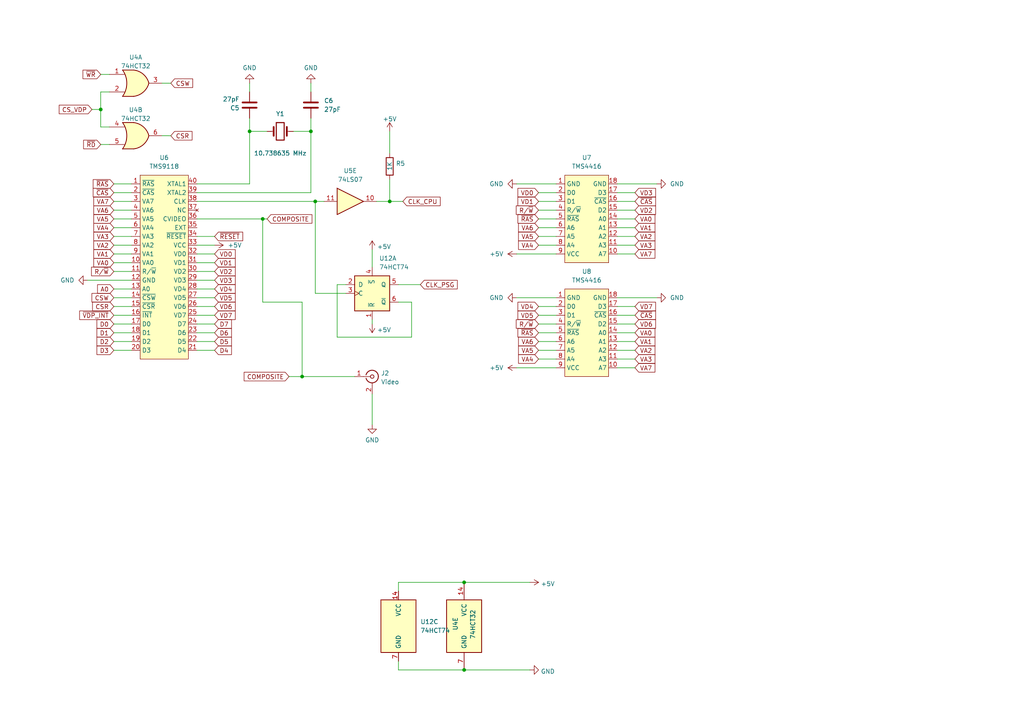
<source format=kicad_sch>
(kicad_sch (version 20211123) (generator eeschema)
  (paper "A4")
  (title_block (title "MSX One") (date "2024-12-28") (rev "v1.0") (company "Gabbard") (comment 1 "MSX One"))
  (lib_symbols
    (symbol "74xx:74LS07" (pin_names (offset 1.016))
      (property "Reference" "U" (at 0 1.27 0))
      (property "Value" "74LS07" (at 0 -1.27 0))
      (symbol "74LS07_1_0"
        (polyline (pts (xy -3.81 3.81) (xy -3.81 -3.81) (xy 3.81 0) (xy -3.81 3.81)) (stroke (width 0.254)) (fill (type background)))
        (pin input line (at -7.62 0 0) (length 3.81) (name "~") (number "1"))
        (pin open_collector line (at 7.62 0 180) (length 3.81) (name "~") (number "2"))
      )
      (symbol "74LS07_2_0"
        (polyline (pts (xy -3.81 3.81) (xy -3.81 -3.81) (xy 3.81 0) (xy -3.81 3.81)) (stroke (width 0.254)) (fill (type background)))
        (pin input line (at -7.62 0 0) (length 3.81) (name "~") (number "3"))
        (pin open_collector line (at 7.62 0 180) (length 3.81) (name "~") (number "4"))
      )
      (symbol "74LS07_3_0"
        (polyline (pts (xy -3.81 3.81) (xy -3.81 -3.81) (xy 3.81 0) (xy -3.81 3.81)) (stroke (width 0.254)) (fill (type background)))
        (pin input line (at -7.62 0 0) (length 3.81) (name "~") (number "5"))
        (pin open_collector line (at 7.62 0 180) (length 3.81) (name "~") (number "6"))
      )
      (symbol "74LS07_4_0"
        (polyline (pts (xy -3.81 3.81) (xy -3.81 -3.81) (xy 3.81 0) (xy -3.81 3.81)) (stroke (width 0.254)) (fill (type background)))
        (pin open_collector line (at 7.62 0 180) (length 3.81) (name "~") (number "8"))
        (pin input line (at -7.62 0 0) (length 3.81) (name "~") (number "9"))
      )
      (symbol "74LS07_5_0"
        (polyline (pts (xy -3.81 3.81) (xy -3.81 -3.81) (xy 3.81 0) (xy -3.81 3.81)) (stroke (width 0.254)) (fill (type background)))
        (pin open_collector line (at 7.62 0 180) (length 3.81) (name "~") (number "10"))
        (pin input line (at -7.62 0 0) (length 3.81) (name "~") (number "11"))
      )
      (symbol "74LS07_6_0"
        (polyline (pts (xy -3.81 3.81) (xy -3.81 -3.81) (xy 3.81 0) (xy -3.81 3.81)) (stroke (width 0.254)) (fill (type background)))
        (pin open_collector line (at 7.62 0 180) (length 3.81) (name "~") (number "12"))
        (pin input line (at -7.62 0 0) (length 3.81) (name "~") (number "13"))
      )
      (symbol "74LS07_7_0"
        (pin power_in line (at 0 12.7 270) (length 5.08) (name "VCC") (number "14"))
        (pin power_in line (at 0 -12.7 90) (length 5.08) (name "GND") (number "7"))
      )
      (symbol "74LS07_7_1"
        (rectangle (start -5.08 7.62) (end 5.08 -7.62) (stroke (width 0.254)) (fill (type background)))
      )
    )
    (symbol "74xx:74LS32" (pin_names (offset 1.016))
      (property "Reference" "U" (at 0 1.27 0))
      (property "Value" "74LS32" (at 0 -1.27 0))
      (symbol "74LS32_1_1"
        (arc (start -3.81 -3.81) (mid -2.589 0) (end -3.81 3.81) (stroke (width 0.254)))
        (arc (start -0.6096 -3.81) (mid 2.1842 -2.5851) (end 3.81 0) (stroke (width 0.254)) (fill (type background)))
        (polyline (pts (xy -3.81 -3.81) (xy -0.635 -3.81)) (stroke (width 0.254)) (fill (type background)))
        (polyline (pts (xy -3.81 3.81) (xy -0.635 3.81)) (stroke (width 0.254)) (fill (type background)))
        (polyline (pts (xy -0.635 3.81) (xy -3.81 3.81) (xy -3.81 3.81) (xy -3.556 3.4036) (xy -3.0226 2.2606) (xy -2.6924 1.0414) (xy -2.6162 -0.254) (xy -2.7686 -1.4986) (xy -3.175 -2.7178) (xy -3.81 -3.81) (xy -3.81 -3.81) (xy -0.635 -3.81)) (stroke (width -25.4)) (fill (type background)))
        (arc (start 3.81 0) (mid 2.1915 2.5936) (end -0.6096 3.81) (stroke (width 0.254)) (fill (type background)))
        (pin input line (at -7.62 2.54 0) (length 4.318) (name "~") (number "1"))
        (pin input line (at -7.62 -2.54 0) (length 4.318) (name "~") (number "2"))
        (pin output line (at 7.62 0 180) (length 3.81) (name "~") (number "3"))
      )
      (symbol "74LS32_1_2"
        (arc (start 0 -3.81) (mid 3.81 0) (end 0 3.81) (stroke (width 0.254)) (fill (type background)))
        (polyline (pts (xy 0 3.81) (xy -3.81 3.81) (xy -3.81 -3.81) (xy 0 -3.81)) (stroke (width 0.254)) (fill (type background)))
        (pin input inverted (at -7.62 2.54 0) (length 3.81) (name "~") (number "1"))
        (pin input inverted (at -7.62 -2.54 0) (length 3.81) (name "~") (number "2"))
        (pin output inverted (at 7.62 0 180) (length 3.81) (name "~") (number "3"))
      )
      (symbol "74LS32_2_1"
        (arc (start -3.81 -3.81) (mid -2.589 0) (end -3.81 3.81) (stroke (width 0.254)))
        (arc (start -0.6096 -3.81) (mid 2.1842 -2.5851) (end 3.81 0) (stroke (width 0.254)) (fill (type background)))
        (polyline (pts (xy -3.81 -3.81) (xy -0.635 -3.81)) (stroke (width 0.254)) (fill (type background)))
        (polyline (pts (xy -3.81 3.81) (xy -0.635 3.81)) (stroke (width 0.254)) (fill (type background)))
        (polyline (pts (xy -0.635 3.81) (xy -3.81 3.81) (xy -3.81 3.81) (xy -3.556 3.4036) (xy -3.0226 2.2606) (xy -2.6924 1.0414) (xy -2.6162 -0.254) (xy -2.7686 -1.4986) (xy -3.175 -2.7178) (xy -3.81 -3.81) (xy -3.81 -3.81) (xy -0.635 -3.81)) (stroke (width -25.4)) (fill (type background)))
        (arc (start 3.81 0) (mid 2.1915 2.5936) (end -0.6096 3.81) (stroke (width 0.254)) (fill (type background)))
        (pin input line (at -7.62 2.54 0) (length 4.318) (name "~") (number "4"))
        (pin input line (at -7.62 -2.54 0) (length 4.318) (name "~") (number "5"))
        (pin output line (at 7.62 0 180) (length 3.81) (name "~") (number "6"))
      )
      (symbol "74LS32_2_2"
        (arc (start 0 -3.81) (mid 3.81 0) (end 0 3.81) (stroke (width 0.254)) (fill (type background)))
        (polyline (pts (xy 0 3.81) (xy -3.81 3.81) (xy -3.81 -3.81) (xy 0 -3.81)) (stroke (width 0.254)) (fill (type background)))
        (pin input inverted (at -7.62 2.54 0) (length 3.81) (name "~") (number "4"))
        (pin input inverted (at -7.62 -2.54 0) (length 3.81) (name "~") (number "5"))
        (pin output inverted (at 7.62 0 180) (length 3.81) (name "~") (number "6"))
      )
      (symbol "74LS32_3_1"
        (arc (start -3.81 -3.81) (mid -2.589 0) (end -3.81 3.81) (stroke (width 0.254)))
        (arc (start -0.6096 -3.81) (mid 2.1842 -2.5851) (end 3.81 0) (stroke (width 0.254)) (fill (type background)))
        (polyline (pts (xy -3.81 -3.81) (xy -0.635 -3.81)) (stroke (width 0.254)) (fill (type background)))
        (polyline (pts (xy -3.81 3.81) (xy -0.635 3.81)) (stroke (width 0.254)) (fill (type background)))
        (polyline (pts (xy -0.635 3.81) (xy -3.81 3.81) (xy -3.81 3.81) (xy -3.556 3.4036) (xy -3.0226 2.2606) (xy -2.6924 1.0414) (xy -2.6162 -0.254) (xy -2.7686 -1.4986) (xy -3.175 -2.7178) (xy -3.81 -3.81) (xy -3.81 -3.81) (xy -0.635 -3.81)) (stroke (width -25.4)) (fill (type background)))
        (arc (start 3.81 0) (mid 2.1915 2.5936) (end -0.6096 3.81) (stroke (width 0.254)) (fill (type background)))
        (pin input line (at -7.62 -2.54 0) (length 4.318) (name "~") (number "10"))
        (pin output line (at 7.62 0 180) (length 3.81) (name "~") (number "8"))
        (pin input line (at -7.62 2.54 0) (length 4.318) (name "~") (number "9"))
      )
      (symbol "74LS32_3_2"
        (arc (start 0 -3.81) (mid 3.81 0) (end 0 3.81) (stroke (width 0.254)) (fill (type background)))
        (polyline (pts (xy 0 3.81) (xy -3.81 3.81) (xy -3.81 -3.81) (xy 0 -3.81)) (stroke (width 0.254)) (fill (type background)))
        (pin input inverted (at -7.62 -2.54 0) (length 3.81) (name "~") (number "10"))
        (pin output inverted (at 7.62 0 180) (length 3.81) (name "~") (number "8"))
        (pin input inverted (at -7.62 2.54 0) (length 3.81) (name "~") (number "9"))
      )
      (symbol "74LS32_4_1"
        (arc (start -3.81 -3.81) (mid -2.589 0) (end -3.81 3.81) (stroke (width 0.254)))
        (arc (start -0.6096 -3.81) (mid 2.1842 -2.5851) (end 3.81 0) (stroke (width 0.254)) (fill (type background)))
        (polyline (pts (xy -3.81 -3.81) (xy -0.635 -3.81)) (stroke (width 0.254)) (fill (type background)))
        (polyline (pts (xy -3.81 3.81) (xy -0.635 3.81)) (stroke (width 0.254)) (fill (type background)))
        (polyline (pts (xy -0.635 3.81) (xy -3.81 3.81) (xy -3.81 3.81) (xy -3.556 3.4036) (xy -3.0226 2.2606) (xy -2.6924 1.0414) (xy -2.6162 -0.254) (xy -2.7686 -1.4986) (xy -3.175 -2.7178) (xy -3.81 -3.81) (xy -3.81 -3.81) (xy -0.635 -3.81)) (stroke (width -25.4)) (fill (type background)))
        (arc (start 3.81 0) (mid 2.1915 2.5936) (end -0.6096 3.81) (stroke (width 0.254)) (fill (type background)))
        (pin output line (at 7.62 0 180) (length 3.81) (name "~") (number "11"))
        (pin input line (at -7.62 2.54 0) (length 4.318) (name "~") (number "12"))
        (pin input line (at -7.62 -2.54 0) (length 4.318) (name "~") (number "13"))
      )
      (symbol "74LS32_4_2"
        (arc (start 0 -3.81) (mid 3.81 0) (end 0 3.81) (stroke (width 0.254)) (fill (type background)))
        (polyline (pts (xy 0 3.81) (xy -3.81 3.81) (xy -3.81 -3.81) (xy 0 -3.81)) (stroke (width 0.254)) (fill (type background)))
        (pin output inverted (at 7.62 0 180) (length 3.81) (name "~") (number "11"))
        (pin input inverted (at -7.62 2.54 0) (length 3.81) (name "~") (number "12"))
        (pin input inverted (at -7.62 -2.54 0) (length 3.81) (name "~") (number "13"))
      )
      (symbol "74LS32_5_0"
        (pin power_in line (at 0 12.7 270) (length 5.08) (name "VCC") (number "14"))
        (pin power_in line (at 0 -12.7 90) (length 5.08) (name "GND") (number "7"))
      )
      (symbol "74LS32_5_1"
        (rectangle (start -5.08 7.62) (end 5.08 -7.62) (stroke (width 0.254)) (fill (type background)))
      )
    )
    (symbol "74xx:74LS74" (pin_names (offset 1.016))
      (property "Reference" "U" (at -7.62 8.89 0))
      (property "Value" "74LS74" (at -7.62 -8.89 0))
      (symbol "74LS74_1_0"
        (pin input line (at 0 -7.62 90) (length 2.54) (name "~{R}") (number "1"))
        (pin input line (at -7.62 2.54 0) (length 2.54) (name "D") (number "2"))
        (pin input clock (at -7.62 0 0) (length 2.54) (name "C") (number "3"))
        (pin input line (at 0 7.62 270) (length 2.54) (name "~{S}") (number "4"))
        (pin output line (at 7.62 2.54 180) (length 2.54) (name "Q") (number "5"))
        (pin output line (at 7.62 -2.54 180) (length 2.54) (name "~{Q}") (number "6"))
      )
      (symbol "74LS74_1_1"
        (rectangle (start -5.08 5.08) (end 5.08 -5.08) (stroke (width 0.254)) (fill (type background)))
      )
      (symbol "74LS74_2_0"
        (pin input line (at 0 7.62 270) (length 2.54) (name "~{S}") (number "10"))
        (pin input clock (at -7.62 0 0) (length 2.54) (name "C") (number "11"))
        (pin input line (at -7.62 2.54 0) (length 2.54) (name "D") (number "12"))
        (pin input line (at 0 -7.62 90) (length 2.54) (name "~{R}") (number "13"))
        (pin output line (at 7.62 -2.54 180) (length 2.54) (name "~{Q}") (number "8"))
        (pin output line (at 7.62 2.54 180) (length 2.54) (name "Q") (number "9"))
      )
      (symbol "74LS74_2_1"
        (rectangle (start -5.08 5.08) (end 5.08 -5.08) (stroke (width 0.254)) (fill (type background)))
      )
      (symbol "74LS74_3_0"
        (pin power_in line (at 0 10.16 270) (length 2.54) (name "VCC") (number "14"))
        (pin power_in line (at 0 -10.16 90) (length 2.54) (name "GND") (number "7"))
      )
      (symbol "74LS74_3_1"
        (rectangle (start -5.08 7.62) (end 5.08 -7.62) (stroke (width 0.254)) (fill (type background)))
      )
    )
    (symbol "Connector:Conn_Coaxial" (pin_names (offset 1.016) hide)
      (property "Reference" "J" (at 0.254 3.048 0))
      (property "Value" "Conn_Coaxial" (at 2.921 0 90))
      (symbol "Conn_Coaxial_0_1"
        (arc (start -1.778 -0.508) (mid 0.2311 -1.8066) (end 1.778 0) (stroke (width 0.254)))
        (polyline (pts (xy -2.54 0) (xy -0.508 0)))
        (polyline (pts (xy 0 -2.54) (xy 0 -1.778)))
        (circle (center 0 0) (radius 0.508) (stroke (width 0.2032)))
        (arc (start 1.778 0) (mid 0.2099 1.8101) (end -1.778 0.508) (stroke (width 0.254)))
      )
      (symbol "Conn_Coaxial_1_1"
        (pin passive line (at -5.08 0 0) (length 2.54) (name "In") (number "1"))
        (pin passive line (at 0 -5.08 90) (length 2.54) (name "Ext") (number "2"))
      )
    )
    (symbol "Device:C" (pin_numbers hide) (pin_names (offset 0.254))
      (property "Reference" "C" (at 0.635 2.54 0))
      (property "Value" "C" (at 0.635 -2.54 0))
      (symbol "C_0_1"
        (polyline (pts (xy -2.032 -0.762) (xy 2.032 -0.762)) (stroke (width 0.508)))
        (polyline (pts (xy -2.032 0.762) (xy 2.032 0.762)) (stroke (width 0.508)))
      )
      (symbol "C_1_1"
        (pin passive line (at 0 3.81 270) (length 2.794) (name "~") (number "1"))
        (pin passive line (at 0 -3.81 90) (length 2.794) (name "~") (number "2"))
      )
    )
    (symbol "Device:Crystal" (pin_numbers hide) (pin_names (offset 1.016) hide)
      (property "Reference" "Y" (at 0 3.81 0))
      (property "Value" "Crystal" (at 0 -3.81 0))
      (symbol "Crystal_0_1"
        (rectangle (start -1.143 2.54) (end 1.143 -2.54) (stroke (width 0.3048)))
        (polyline (pts (xy -2.54 0) (xy -1.905 0)))
        (polyline (pts (xy -1.905 -1.27) (xy -1.905 1.27)) (stroke (width 0.508)))
        (polyline (pts (xy 1.905 -1.27) (xy 1.905 1.27)) (stroke (width 0.508)))
        (polyline (pts (xy 2.54 0) (xy 1.905 0)))
      )
      (symbol "Crystal_1_1"
        (pin passive line (at -3.81 0 0) (length 1.27) (name "1") (number "1"))
        (pin passive line (at 3.81 0 180) (length 1.27) (name "2") (number "2"))
      )
    )
    (symbol "Device:R" (pin_numbers hide) (pin_names (offset 0))
      (property "Reference" "R" (at 2.032 0 90))
      (property "Value" "R" (at 0 0 90))
      (symbol "R_0_1"
        (rectangle (start -1.016 -2.54) (end 1.016 2.54) (stroke (width 0.254)))
      )
      (symbol "R_1_1"
        (pin passive line (at 0 3.81 270) (length 1.27) (name "~") (number "1"))
        (pin passive line (at 0 -3.81 90) (length 1.27) (name "~") (number "2"))
      )
    )
    (symbol "power:+5V" (power) (pin_names (offset 0))
      (property "Value" "+5V" (at 0 3.556 0))
      (symbol "+5V_0_1"
        (polyline (pts (xy -0.762 1.27) (xy 0 2.54)))
        (polyline (pts (xy 0 0) (xy 0 2.54)))
        (polyline (pts (xy 0 2.54) (xy 0.762 1.27)))
      )
      (symbol "+5V_1_1"
        (pin power_in line (at 0 0 90) (length 0) hide (name "+5V") (number "1"))
      )
    )
    (symbol "power:GND" (power) (pin_names (offset 0))
      (property "Value" "GND" (at 0 -3.81 0))
      (symbol "GND_0_1"
        (polyline (pts (xy 0 0) (xy 0 -1.27) (xy 1.27 -1.27) (xy 0 -2.54) (xy -1.27 -1.27) (xy 0 -1.27)))
      )
      (symbol "GND_1_1"
        (pin power_in line (at 0 0 270) (length 0) hide (name "GND") (number "1"))
      )
    )
    (symbol "v9938:TMS4416"
      (property "Reference" "U" (at 5.08 13.97 0))
      (property "Value" "TMS4416" (at -2.54 13.97 0))
      (symbol "TMS4416_0_0"
        (pin power_in line (at -8.89 10.16 0) (length 2.54) (name "GND") (number "1"))
        (pin input line (at 8.89 -10.16 180) (length 2.54) (name "A7") (number "10"))
        (pin input line (at 8.89 -7.62 180) (length 2.54) (name "A3") (number "11"))
        (pin input line (at 8.89 -5.08 180) (length 2.54) (name "A2") (number "12"))
        (pin input line (at 8.89 -2.54 180) (length 2.54) (name "A1") (number "13"))
        (pin input line (at 8.89 0 180) (length 2.54) (name "A0") (number "14"))
        (pin bidirectional line (at 8.89 2.54 180) (length 2.54) (name "D2") (number "15"))
        (pin input line (at 8.89 5.08 180) (length 2.54) (name "~{CAS}") (number "16"))
        (pin bidirectional line (at 8.89 7.62 180) (length 2.54) (name "D3") (number "17"))
        (pin input line (at 8.89 10.16 180) (length 2.54) (name "GND") (number "18"))
        (pin bidirectional line (at -8.89 7.62 0) (length 2.54) (name "D0") (number "2"))
        (pin bidirectional line (at -8.89 5.08 0) (length 2.54) (name "D1") (number "3"))
        (pin input line (at -8.89 2.54 0) (length 2.54) (name "R/~{W}") (number "4"))
        (pin input line (at -8.89 0 0) (length 2.54) (name "~{RAS}") (number "5"))
        (pin input line (at -8.89 -2.54 0) (length 2.54) (name "A6") (number "6"))
        (pin input line (at -8.89 -5.08 0) (length 2.54) (name "A5") (number "7"))
        (pin input line (at -8.89 -7.62 0) (length 2.54) (name "A4") (number "8"))
        (pin power_in line (at -8.89 -10.16 0) (length 2.54) (name "VCC") (number "9"))
      )
      (symbol "TMS4416_0_1"
        (rectangle (start -6.35 12.7) (end 6.35 -12.7) (fill (type background)))
      )
    )
    (symbol "v9938:TMS9118"
      (property "Reference" "U" (at 13.97 3.81 0))
      (property "Value" "TMS9118" (at 6.35 3.81 0))
      (symbol "TMS9118_0_0"
        (pin output line (at 0 0 0) (length 2.54) (name "~{RAS}") (number "1"))
        (pin output line (at 0 -22.86 0) (length 2.54) (name "VA0") (number "10"))
        (pin output line (at 0 -25.4 0) (length 2.54) (name "R/~{W}") (number "11"))
        (pin power_in line (at 0 -27.94 0) (length 2.54) (name "GND") (number "12"))
        (pin input line (at 0 -30.48 0) (length 2.54) (name "A0") (number "13"))
        (pin input line (at 0 -33.02 0) (length 2.54) (name "~{CSW}") (number "14"))
        (pin input line (at 0 -35.56 0) (length 2.54) (name "~{CSR}") (number "15"))
        (pin output line (at 0 -38.1 0) (length 2.54) (name "~{INT}") (number "16"))
        (pin bidirectional line (at 0 -40.64 0) (length 2.54) (name "D0") (number "17"))
        (pin bidirectional line (at 0 -43.18 0) (length 2.54) (name "D1") (number "18"))
        (pin bidirectional line (at 0 -45.72 0) (length 2.54) (name "D2") (number "19"))
        (pin output line (at 0 -2.54 0) (length 2.54) (name "~{CAS}") (number "2"))
        (pin bidirectional line (at 0 -48.26 0) (length 2.54) (name "D3") (number "20"))
        (pin bidirectional line (at 19.05 -48.26 180) (length 2.54) (name "D4") (number "21"))
        (pin bidirectional line (at 19.05 -45.72 180) (length 2.54) (name "D5") (number "22"))
        (pin bidirectional line (at 19.05 -43.18 180) (length 2.54) (name "D6") (number "23"))
        (pin bidirectional line (at 19.05 -40.64 180) (length 2.54) (name "D7") (number "24"))
        (pin bidirectional line (at 19.05 -38.1 180) (length 2.54) (name "VD7") (number "25"))
        (pin bidirectional line (at 19.05 -35.56 180) (length 2.54) (name "VD6") (number "26"))
        (pin bidirectional line (at 19.05 -33.02 180) (length 2.54) (name "VD5") (number "27"))
        (pin bidirectional line (at 19.05 -30.48 180) (length 2.54) (name "VD4") (number "28"))
        (pin bidirectional line (at 19.05 -27.94 180) (length 2.54) (name "VD3") (number "29"))
        (pin output line (at 0 -5.08 0) (length 2.54) (name "VA7") (number "3"))
        (pin bidirectional line (at 19.05 -25.4 180) (length 2.54) (name "VD2") (number "30"))
        (pin bidirectional line (at 19.05 -22.86 180) (length 2.54) (name "VD1") (number "31"))
        (pin bidirectional line (at 19.05 -20.32 180) (length 2.54) (name "VD0") (number "32"))
        (pin power_in line (at 19.05 -17.78 180) (length 2.54) (name "VCC") (number "33"))
        (pin input line (at 19.05 -15.24 180) (length 2.54) (name "~{RESET}") (number "34"))
        (pin input line (at 19.05 -12.7 180) (length 2.54) (name "EXT") (number "35"))
        (pin input line (at 19.05 -10.16 180) (length 2.54) (name "CVIDEO") (number "36"))
        (pin no_connect line (at 19.05 -7.62 180) (length 2.54) (name "NC") (number "37"))
        (pin output line (at 19.05 -5.08 180) (length 2.54) (name "CLK") (number "38"))
        (pin input line (at 19.05 -2.54 180) (length 2.54) (name "XTAL2") (number "39"))
        (pin output line (at 0 -7.62 0) (length 2.54) (name "VA6") (number "4"))
        (pin input line (at 19.05 0 180) (length 2.54) (name "XTAL1") (number "40"))
        (pin output line (at 0 -10.16 0) (length 2.54) (name "VA5") (number "5"))
        (pin output line (at 0 -12.7 0) (length 2.54) (name "VA4") (number "6"))
        (pin output line (at 0 -15.24 0) (length 2.54) (name "VA3") (number "7"))
        (pin output line (at 0 -17.78 0) (length 2.54) (name "VA2") (number "8"))
        (pin output line (at 0 -20.32 0) (length 2.54) (name "VA1") (number "9"))
      )
      (symbol "TMS9118_0_1"
        (rectangle (start 2.54 2.54) (end 16.51 -50.8) (fill (type background)))
      )
    )
  )
  (junction (at 76.2 63.5))
  (junction (at 72.39 38.1))
  (junction (at 134.62 194.31))
  (junction (at 91.44 58.42))
  (junction (at 113.03 58.42))
  (junction (at 90.17 38.1))
  (junction (at 87.63 109.22))
  (junction (at 29.21 31.75))
  (junction (at 134.62 168.91))
  (wire (pts (xy 77.47 38.1) (xy 72.39 38.1)))
  (wire (pts (xy 156.21 88.9) (xy 161.29 88.9)))
  (wire (pts (xy 179.07 88.9) (xy 184.15 88.9)))
  (wire (pts (xy 156.21 104.14) (xy 161.29 104.14)))
  (wire (pts (xy 115.57 168.91) (xy 134.62 168.91)))
  (wire (pts (xy 57.15 91.44) (xy 62.23 91.44)))
  (wire (pts (xy 113.03 52.07) (xy 113.03 58.42)))
  (wire (pts (xy 90.17 26.67) (xy 90.17 24.13)))
  (wire (pts (xy 33.02 53.34) (xy 38.1 53.34)))
  (wire (pts (xy 57.15 83.82) (xy 62.23 83.82)))
  (wire (pts (xy 57.15 93.98) (xy 62.23 93.98)))
  (wire (pts (xy 46.99 39.37) (xy 49.53 39.37)))
  (wire (pts (xy 33.02 55.88) (xy 38.1 55.88)))
  (wire (pts (xy 33.02 83.82) (xy 38.1 83.82)))
  (wire (pts (xy 57.15 55.88) (xy 90.17 55.88)))
  (wire (pts (xy 156.21 58.42) (xy 161.29 58.42)))
  (wire (pts (xy 179.07 104.14) (xy 184.15 104.14)))
  (wire (pts (xy 33.02 71.12) (xy 38.1 71.12)))
  (wire (pts (xy 33.02 63.5) (xy 38.1 63.5)))
  (wire (pts (xy 33.02 101.6) (xy 38.1 101.6)))
  (wire (pts (xy 156.21 96.52) (xy 161.29 96.52)))
  (wire (pts (xy 90.17 38.1) (xy 90.17 34.29)))
  (wire (pts (xy 57.15 73.66) (xy 62.23 73.66)))
  (wire (pts (xy 107.95 114.3) (xy 107.95 123.19)))
  (wire (pts (xy 33.02 73.66) (xy 38.1 73.66)))
  (wire (pts (xy 156.21 66.04) (xy 161.29 66.04)))
  (wire (pts (xy 33.02 93.98) (xy 38.1 93.98)))
  (wire (pts (xy 90.17 38.1) (xy 85.09 38.1)))
  (wire (pts (xy 179.07 68.58) (xy 184.15 68.58)))
  (wire (pts (xy 156.21 55.88) (xy 161.29 55.88)))
  (wire (pts (xy 134.62 168.91) (xy 153.67 168.91)))
  (wire (pts (xy 149.86 53.34) (xy 161.29 53.34)))
  (wire (pts (xy 149.86 86.36) (xy 161.29 86.36)))
  (wire (pts (xy 33.02 78.74) (xy 38.1 78.74)))
  (wire (pts (xy 149.86 106.68) (xy 161.29 106.68)))
  (wire (pts (xy 179.07 53.34) (xy 190.5 53.34)))
  (wire (pts (xy 179.07 73.66) (xy 184.15 73.66)))
  (wire (pts (xy 57.15 78.74) (xy 62.23 78.74)))
  (wire (pts (xy 179.07 101.6) (xy 184.15 101.6)))
  (wire (pts (xy 31.75 26.67) (xy 29.21 26.67)))
  (wire (pts (xy 76.2 63.5) (xy 77.47 63.5)))
  (wire (pts (xy 72.39 38.1) (xy 72.39 34.29)))
  (wire (pts (xy 97.79 82.55) (xy 97.79 97.79)))
  (wire (pts (xy 33.02 88.9) (xy 38.1 88.9)))
  (wire (pts (xy 29.21 41.91) (xy 31.75 41.91)))
  (wire (pts (xy 156.21 63.5) (xy 161.29 63.5)))
  (wire (pts (xy 179.07 99.06) (xy 184.15 99.06)))
  (wire (pts (xy 83.82 109.22) (xy 87.63 109.22)))
  (wire (pts (xy 179.07 86.36) (xy 190.5 86.36)))
  (wire (pts (xy 115.57 194.31) (xy 134.62 194.31)))
  (wire (pts (xy 57.15 58.42) (xy 91.44 58.42)))
  (wire (pts (xy 33.02 66.04) (xy 38.1 66.04)))
  (wire (pts (xy 156.21 71.12) (xy 161.29 71.12)))
  (wire (pts (xy 33.02 91.44) (xy 38.1 91.44)))
  (wire (pts (xy 149.86 73.66) (xy 161.29 73.66)))
  (wire (pts (xy 119.38 97.79) (xy 119.38 87.63)))
  (wire (pts (xy 113.03 38.1) (xy 113.03 44.45)))
  (wire (pts (xy 179.07 91.44) (xy 184.15 91.44)))
  (wire (pts (xy 57.15 63.5) (xy 76.2 63.5)))
  (wire (pts (xy 33.02 58.42) (xy 38.1 58.42)))
  (wire (pts (xy 26.67 31.75) (xy 29.21 31.75)))
  (wire (pts (xy 57.15 81.28) (xy 62.23 81.28)))
  (wire (pts (xy 179.07 55.88) (xy 184.15 55.88)))
  (wire (pts (xy 33.02 60.96) (xy 38.1 60.96)))
  (wire (pts (xy 57.15 99.06) (xy 62.23 99.06)))
  (wire (pts (xy 179.07 93.98) (xy 184.15 93.98)))
  (wire (pts (xy 156.21 101.6) (xy 161.29 101.6)))
  (wire (pts (xy 90.17 55.88) (xy 90.17 38.1)))
  (wire (pts (xy 179.07 96.52) (xy 184.15 96.52)))
  (wire (pts (xy 33.02 86.36) (xy 38.1 86.36)))
  (wire (pts (xy 107.95 92.71) (xy 107.95 93.98)))
  (wire (pts (xy 156.21 91.44) (xy 161.29 91.44)))
  (wire (pts (xy 29.21 26.67) (xy 29.21 31.75)))
  (wire (pts (xy 57.15 76.2) (xy 62.23 76.2)))
  (wire (pts (xy 156.21 60.96) (xy 161.29 60.96)))
  (wire (pts (xy 115.57 82.55) (xy 121.92 82.55)))
  (wire (pts (xy 179.07 63.5) (xy 184.15 63.5)))
  (wire (pts (xy 57.15 96.52) (xy 62.23 96.52)))
  (wire (pts (xy 57.15 71.12) (xy 62.23 71.12)))
  (wire (pts (xy 76.2 87.63) (xy 87.63 87.63)))
  (wire (pts (xy 115.57 191.77) (xy 115.57 194.31)))
  (wire (pts (xy 107.95 72.39) (xy 107.95 77.47)))
  (wire (pts (xy 33.02 99.06) (xy 38.1 99.06)))
  (wire (pts (xy 156.21 68.58) (xy 161.29 68.58)))
  (wire (pts (xy 33.02 68.58) (xy 38.1 68.58)))
  (wire (pts (xy 57.15 86.36) (xy 62.23 86.36)))
  (wire (pts (xy 29.21 36.83) (xy 31.75 36.83)))
  (wire (pts (xy 57.15 53.34) (xy 72.39 53.34)))
  (wire (pts (xy 91.44 58.42) (xy 93.98 58.42)))
  (wire (pts (xy 109.22 58.42) (xy 113.03 58.42)))
  (wire (pts (xy 179.07 71.12) (xy 184.15 71.12)))
  (wire (pts (xy 119.38 87.63) (xy 115.57 87.63)))
  (wire (pts (xy 33.02 76.2) (xy 38.1 76.2)))
  (wire (pts (xy 179.07 58.42) (xy 184.15 58.42)))
  (wire (pts (xy 100.33 82.55) (xy 97.79 82.55)))
  (wire (pts (xy 57.15 101.6) (xy 62.23 101.6)))
  (wire (pts (xy 29.21 21.59) (xy 31.75 21.59)))
  (wire (pts (xy 72.39 53.34) (xy 72.39 38.1)))
  (wire (pts (xy 115.57 171.45) (xy 115.57 168.91)))
  (wire (pts (xy 25.4 81.28) (xy 38.1 81.28)))
  (wire (pts (xy 33.02 96.52) (xy 38.1 96.52)))
  (wire (pts (xy 57.15 68.58) (xy 62.23 68.58)))
  (wire (pts (xy 156.21 99.06) (xy 161.29 99.06)))
  (wire (pts (xy 29.21 31.75) (xy 29.21 36.83)))
  (wire (pts (xy 179.07 60.96) (xy 184.15 60.96)))
  (wire (pts (xy 156.21 93.98) (xy 161.29 93.98)))
  (wire (pts (xy 97.79 97.79) (xy 119.38 97.79)))
  (wire (pts (xy 179.07 106.68) (xy 184.15 106.68)))
  (wire (pts (xy 91.44 85.09) (xy 100.33 85.09)))
  (wire (pts (xy 113.03 58.42) (xy 116.84 58.42)))
  (wire (pts (xy 91.44 85.09) (xy 91.44 58.42)))
  (wire (pts (xy 46.99 24.13) (xy 49.53 24.13)))
  (wire (pts (xy 76.2 63.5) (xy 76.2 87.63)))
  (wire (pts (xy 134.62 194.31) (xy 153.67 194.31)))
  (wire (pts (xy 87.63 87.63) (xy 87.63 109.22)))
  (wire (pts (xy 179.07 66.04) (xy 184.15 66.04)))
  (wire (pts (xy 87.63 109.22) (xy 102.87 109.22)))
  (wire (pts (xy 72.39 26.67) (xy 72.39 24.13)))
  (wire (pts (xy 57.15 88.9) (xy 62.23 88.9)))
  (global_label "VD7" (shape input) (at 184.15 88.9 0) (property "Intersheet References" "${INTERSHEET_REFS}" (effects hide)))
  (global_label "R{slash}~{W}" (shape input) (at 33.02 78.74 180) (property "Intersheet References" "${INTERSHEET_REFS}" (effects hide)))
  (global_label "VD4" (shape input) (at 62.23 83.82 0) (property "Intersheet References" "${INTERSHEET_REFS}" (effects hide)))
  (global_label "D1" (shape input) (at 33.02 96.52 180) (property "Intersheet References" "${INTERSHEET_REFS}" (effects hide)))
  (global_label "VA6" (shape input) (at 33.02 60.96 180) (property "Intersheet References" "${INTERSHEET_REFS}" (effects hide)))
  (global_label "CS_VDP" (shape input) (at 26.67 31.75 180) (property "Intersheet References" "${INTERSHEET_REFS}" (effects hide)))
  (global_label "VD5" (shape input) (at 156.21 91.44 180) (property "Intersheet References" "${INTERSHEET_REFS}" (effects hide)))
  (global_label "VA1" (shape input) (at 184.15 99.06 0) (property "Intersheet References" "${INTERSHEET_REFS}" (effects hide)))
  (global_label "~{WR}" (shape input) (at 29.21 21.59 180) (property "Intersheet References" "${INTERSHEET_REFS}" (effects hide)))
  (global_label "VD0" (shape input) (at 156.21 55.88 180) (property "Intersheet References" "${INTERSHEET_REFS}" (effects hide)))
  (global_label "VD7" (shape input) (at 62.23 91.44 0) (property "Intersheet References" "${INTERSHEET_REFS}" (effects hide)))
  (global_label "D6" (shape input) (at 62.23 96.52 0) (property "Intersheet References" "${INTERSHEET_REFS}" (effects hide)))
  (global_label "VA5" (shape input) (at 156.21 68.58 180) (property "Intersheet References" "${INTERSHEET_REFS}" (effects hide)))
  (global_label "VD6" (shape input) (at 184.15 93.98 0) (property "Intersheet References" "${INTERSHEET_REFS}" (effects hide)))
  (global_label "D0" (shape input) (at 33.02 93.98 180) (property "Intersheet References" "${INTERSHEET_REFS}" (effects hide)))
  (global_label "VA2" (shape input) (at 33.02 71.12 180) (property "Intersheet References" "${INTERSHEET_REFS}" (effects hide)))
  (global_label "VA3" (shape input) (at 184.15 71.12 0) (property "Intersheet References" "${INTERSHEET_REFS}" (effects hide)))
  (global_label "CLK_CPU" (shape input) (at 116.84 58.42 0) (property "Intersheet References" "${INTERSHEET_REFS}" (effects hide)))
  (global_label "VA0" (shape input) (at 33.02 76.2 180) (property "Intersheet References" "${INTERSHEET_REFS}" (effects hide)))
  (global_label "VA2" (shape input) (at 184.15 101.6 0) (property "Intersheet References" "${INTERSHEET_REFS}" (effects hide)))
  (global_label "VD5" (shape input) (at 62.23 86.36 0) (property "Intersheet References" "${INTERSHEET_REFS}" (effects hide)))
  (global_label "CSR" (shape input) (at 33.02 88.9 180) (property "Intersheet References" "${INTERSHEET_REFS}" (effects hide)))
  (global_label "~{RESET}" (shape input) (at 62.23 68.58 0) (property "Intersheet References" "${INTERSHEET_REFS}" (effects hide)))
  (global_label "~{CAS}" (shape input) (at 184.15 91.44 0) (property "Intersheet References" "${INTERSHEET_REFS}" (effects hide)))
  (global_label "VA7" (shape input) (at 184.15 73.66 0) (property "Intersheet References" "${INTERSHEET_REFS}" (effects hide)))
  (global_label "CSR" (shape input) (at 49.53 39.37 0) (property "Intersheet References" "${INTERSHEET_REFS}" (effects hide)))
  (global_label "VD4" (shape input) (at 156.21 88.9 180) (property "Intersheet References" "${INTERSHEET_REFS}" (effects hide)))
  (global_label "R{slash}~{W}" (shape input) (at 156.21 93.98 180) (property "Intersheet References" "${INTERSHEET_REFS}" (effects hide)))
  (global_label "VA0" (shape input) (at 184.15 63.5 0) (property "Intersheet References" "${INTERSHEET_REFS}" (effects hide)))
  (global_label "VA4" (shape input) (at 156.21 71.12 180) (property "Intersheet References" "${INTERSHEET_REFS}" (effects hide)))
  (global_label "D4" (shape input) (at 62.23 101.6 0) (property "Intersheet References" "${INTERSHEET_REFS}" (effects hide)))
  (global_label "VD3" (shape input) (at 184.15 55.88 0) (property "Intersheet References" "${INTERSHEET_REFS}" (effects hide)))
  (global_label "~{VDP_INT}" (shape input) (at 33.02 91.44 180) (property "Intersheet References" "${INTERSHEET_REFS}" (effects hide)))
  (global_label "~{RAS}" (shape input) (at 156.21 63.5 180) (property "Intersheet References" "${INTERSHEET_REFS}" (effects hide)))
  (global_label "VA5" (shape input) (at 156.21 101.6 180) (property "Intersheet References" "${INTERSHEET_REFS}" (effects hide)))
  (global_label "D2" (shape input) (at 33.02 99.06 180) (property "Intersheet References" "${INTERSHEET_REFS}" (effects hide)))
  (global_label "D5" (shape input) (at 62.23 99.06 0) (property "Intersheet References" "${INTERSHEET_REFS}" (effects hide)))
  (global_label "CSW" (shape input) (at 33.02 86.36 180) (property "Intersheet References" "${INTERSHEET_REFS}" (effects hide)))
  (global_label "VA1" (shape input) (at 33.02 73.66 180) (property "Intersheet References" "${INTERSHEET_REFS}" (effects hide)))
  (global_label "VA4" (shape input) (at 156.21 104.14 180) (property "Intersheet References" "${INTERSHEET_REFS}" (effects hide)))
  (global_label "VD6" (shape input) (at 62.23 88.9 0) (property "Intersheet References" "${INTERSHEET_REFS}" (effects hide)))
  (global_label "VA2" (shape input) (at 184.15 68.58 0) (property "Intersheet References" "${INTERSHEET_REFS}" (effects hide)))
  (global_label "A0" (shape input) (at 33.02 83.82 180) (property "Intersheet References" "${INTERSHEET_REFS}" (effects hide)))
  (global_label "VA6" (shape input) (at 156.21 66.04 180) (property "Intersheet References" "${INTERSHEET_REFS}" (effects hide)))
  (global_label "VA4" (shape input) (at 33.02 66.04 180) (property "Intersheet References" "${INTERSHEET_REFS}" (effects hide)))
  (global_label "VA7" (shape input) (at 184.15 106.68 0) (property "Intersheet References" "${INTERSHEET_REFS}" (effects hide)))
  (global_label "VD1" (shape input) (at 156.21 58.42 180) (property "Intersheet References" "${INTERSHEET_REFS}" (effects hide)))
  (global_label "VA0" (shape input) (at 184.15 96.52 0) (property "Intersheet References" "${INTERSHEET_REFS}" (effects hide)))
  (global_label "CLK_PSG" (shape input) (at 121.92 82.55 0) (property "Intersheet References" "${INTERSHEET_REFS}" (effects hide)))
  (global_label "~{RAS}" (shape input) (at 156.21 96.52 180) (property "Intersheet References" "${INTERSHEET_REFS}" (effects hide)))
  (global_label "VD2" (shape input) (at 62.23 78.74 0) (property "Intersheet References" "${INTERSHEET_REFS}" (effects hide)))
  (global_label "VA5" (shape input) (at 33.02 63.5 180) (property "Intersheet References" "${INTERSHEET_REFS}" (effects hide)))
  (global_label "VD0" (shape input) (at 62.23 73.66 0) (property "Intersheet References" "${INTERSHEET_REFS}" (effects hide)))
  (global_label "VD1" (shape input) (at 62.23 76.2 0) (property "Intersheet References" "${INTERSHEET_REFS}" (effects hide)))
  (global_label "VD3" (shape input) (at 62.23 81.28 0) (property "Intersheet References" "${INTERSHEET_REFS}" (effects hide)))
  (global_label "~{RD}" (shape input) (at 29.21 41.91 180) (property "Intersheet References" "${INTERSHEET_REFS}" (effects hide)))
  (global_label "VA6" (shape input) (at 156.21 99.06 180) (property "Intersheet References" "${INTERSHEET_REFS}" (effects hide)))
  (global_label "~{RAS}" (shape input) (at 33.02 53.34 180) (property "Intersheet References" "${INTERSHEET_REFS}" (effects hide)))
  (global_label "VD2" (shape input) (at 184.15 60.96 0) (property "Intersheet References" "${INTERSHEET_REFS}" (effects hide)))
  (global_label "R{slash}~{W}" (shape input) (at 156.21 60.96 180) (property "Intersheet References" "${INTERSHEET_REFS}" (effects hide)))
  (global_label "VA1" (shape input) (at 184.15 66.04 0) (property "Intersheet References" "${INTERSHEET_REFS}" (effects hide)))
  (global_label "CSW" (shape input) (at 49.53 24.13 0) (property "Intersheet References" "${INTERSHEET_REFS}" (effects hide)))
  (global_label "VA7" (shape input) (at 33.02 58.42 180) (property "Intersheet References" "${INTERSHEET_REFS}" (effects hide)))
  (global_label "~{CAS}" (shape input) (at 33.02 55.88 180) (property "Intersheet References" "${INTERSHEET_REFS}" (effects hide)))
  (global_label "COMPOSITE" (shape input) (at 83.82 109.22 180) (property "Intersheet References" "${INTERSHEET_REFS}" (effects hide)))
  (global_label "COMPOSITE" (shape input) (at 77.47 63.5 0) (property "Intersheet References" "${INTERSHEET_REFS}" (effects hide)))
  (global_label "~{CAS}" (shape input) (at 184.15 58.42 0) (property "Intersheet References" "${INTERSHEET_REFS}" (effects hide)))
  (global_label "VA3" (shape input) (at 184.15 104.14 0) (property "Intersheet References" "${INTERSHEET_REFS}" (effects hide)))
  (global_label "D7" (shape input) (at 62.23 93.98 0) (property "Intersheet References" "${INTERSHEET_REFS}" (effects hide)))
  (global_label "VA3" (shape input) (at 33.02 68.58 180) (property "Intersheet References" "${INTERSHEET_REFS}" (effects hide)))
  (global_label "D3" (shape input) (at 33.02 101.6 180) (property "Intersheet References" "${INTERSHEET_REFS}" (effects hide)))
  (symbol (lib_id "power:+5V") (at 149.86 106.68 90) (unit 1)
    (property "Reference" "#PWR0111" (effects hide))
    (property "Value" "+5V" (at 146.05 106.6799 90) (effects (justify left)))
  )
  (symbol (lib_id "74xx:74LS74") (at 107.95 85.09 0) (unit 1)
    (property "Reference" "U12" (at 109.9694 74.93 0) (effects (justify left)))
    (property "Value" "74HCT74" (at 109.9694 77.47 0) (effects (justify left)))
    (property "Footprint" "Package_DIP:DIP-14_W7.62mm_Socket" (effects hide))
    (property "Datasheet" "74xx/74hc_hct74.pdf" (effects hide))
  )
  (symbol (lib_id "Device:C") (at 90.17 30.48 180) (unit 1)
    (property "Reference" "C6" (at 93.98 29.2099 0) (effects (justify right)))
    (property "Value" "27pF" (at 93.98 31.7499 0) (effects (justify right)))
    (property "Footprint" "Capacitor_THT:C_Disc_D4.7mm_W2.5mm_P5.00mm" (effects hide))
  )
  (symbol (lib_id "power:GND") (at 90.17 24.13 180) (unit 1)
    (property "Reference" "#PWR0110" (effects hide))
    (property "Value" "GND" (at 90.17 19.6866 0))
  )
  (symbol (lib_id "power:+5V") (at 149.86 73.66 90) (unit 1)
    (property "Reference" "#PWR0159" (effects hide))
    (property "Value" "+5V" (at 146.05 73.6599 90) (effects (justify left)))
  )
  (symbol (lib_id "74xx:74LS74") (at 115.57 181.61 0) (unit 3)
    (property "Reference" "U12" (at 121.92 180.3399 0) (effects (justify left)))
    (property "Value" "74HCT74" (at 121.92 182.8799 0) (effects (justify left)))
    (property "Footprint" "Package_DIP:DIP-14_W7.62mm_Socket" (effects hide))
    (property "Datasheet" "74xx/74hc_hct74.pdf" (effects hide))
  )
  (symbol (lib_id "power:GND") (at 190.5 53.34 90) (unit 1)
    (property "Reference" "#PWR0160" (effects hide))
    (property "Value" "GND" (at 194.31 53.3399 90) (effects (justify right)))
  )
  (symbol (lib_id "power:+5V") (at 153.67 168.91 270) (unit 1)
    (property "Reference" "#PWR0176" (effects hide))
    (property "Value" "+5V" (at 156.845 169.3438 90) (effects (justify left)))
  )
  (symbol (lib_id "power:GND") (at 190.5 86.36 90) (unit 1)
    (property "Reference" "#PWR0161" (effects hide))
    (property "Value" "GND" (at 194.31 86.3599 90) (effects (justify right)))
  )
  (symbol (lib_id "v9938:TMS4416") (at 170.18 96.52 0) (unit 1)
    (property "Reference" "U8" (at 170.18 78.74 0))
    (property "Value" "TMS4416" (at 170.18 81.28 0))
    (property "Footprint" "Package_DIP:DIP-18_W7.62mm_Socket" (effects hide))
  )
  (symbol (lib_id "74xx:74LS32") (at 39.37 24.13 0) (unit 1)
    (property "Reference" "U4" (at 39.37 16.6202 0))
    (property "Value" "74HCT32" (at 39.37 19.1571 0))
    (property "Footprint" "Package_DIP:DIP-14_W7.62mm_Socket" (effects hide))
    (property "Datasheet" "http://www.ti.com/lit/gpn/sn74LS32" (effects hide))
  )
  (symbol (lib_id "v9938:TMS4416") (at 170.18 63.5 0) (unit 1)
    (property "Reference" "U7" (at 170.18 45.72 0))
    (property "Value" "TMS4416" (at 170.18 48.26 0))
    (property "Footprint" "Package_DIP:DIP-18_W7.62mm_Socket" (effects hide))
  )
  (symbol (lib_id "power:GND") (at 72.39 24.13 180) (unit 1)
    (property "Reference" "#PWR0109" (effects hide))
    (property "Value" "GND" (at 72.39 19.6866 0))
  )
  (symbol (lib_id "74xx:74LS32") (at 39.37 39.37 0) (unit 2)
    (property "Reference" "U4" (at 39.37 31.8602 0))
    (property "Value" "74HCT32" (at 39.37 34.3971 0))
    (property "Footprint" "Package_DIP:DIP-14_W7.62mm_Socket" (effects hide))
    (property "Datasheet" "http://www.ti.com/lit/gpn/sn74LS32" (effects hide))
  )
  (symbol (lib_id "power:+5V") (at 62.23 71.12 270) (unit 1)
    (property "Reference" "#PWR0108" (effects hide))
    (property "Value" "+5V" (at 66.04 71.1199 90) (effects (justify left)))
  )
  (symbol (lib_id "Device:C") (at 72.39 30.48 180) (unit 1)
    (property "Reference" "C5" (at 69.469 31.3147 0) (effects (justify left)))
    (property "Value" "27pF" (at 69.469 28.7778 0) (effects (justify left)))
    (property "Footprint" "Capacitor_THT:C_Disc_D4.7mm_W2.5mm_P5.00mm" (effects hide))
  )
  (symbol (lib_id "74xx:74LS32") (at 134.62 181.61 0) (unit 5)
    (property "Reference" "U4" (at 132.08 182.88 90) (effects (justify left)))
    (property "Value" "74HCT32" (at 137.16 185.42 90) (effects (justify left)))
    (property "Footprint" "Package_DIP:DIP-14_W7.62mm_Socket" (effects hide))
    (property "Datasheet" "http://www.ti.com/lit/gpn/sn74LS32" (effects hide))
  )
  (symbol (lib_id "Device:Crystal") (at 81.28 38.1 180) (unit 1)
    (property "Reference" "Y1" (at 81.28 33.02 0))
    (property "Value" "10.738635 MHz" (at 81.28 44.45 0))
    (property "Footprint" "Crystal:Crystal_HC49-U_Vertical" (effects hide))
  )
  (symbol (lib_id "power:GND") (at 149.86 86.36 270) (unit 1)
    (property "Reference" "#PWR0112" (effects hide))
    (property "Value" "GND" (at 146.05 86.3599 90) (effects (justify right)))
  )
  (symbol (lib_id "power:+5V") (at 113.03 38.1 0) (unit 1)
    (property "Reference" "#PWR0106" (effects hide))
    (property "Value" "+5V" (at 113.03 34.5242 0))
  )
  (symbol (lib_id "74xx:74LS07") (at 101.6 58.42 0) (unit 5)
    (property "Reference" "U5" (at 101.6 49.53 0))
    (property "Value" "74LS07" (at 101.6 52.07 0))
    (property "Footprint" "Package_DIP:DIP-14_W7.62mm_Socket" (effects hide))
    (property "Datasheet" "www.ti.com/lit/ds/symlink/sn74ls07.pdf" (effects hide))
  )
  (symbol (lib_id "power:GND") (at 153.67 194.31 90) (unit 1)
    (property "Reference" "#PWR0177" (effects hide))
    (property "Value" "GND" (at 156.845 194.7438 90) (effects (justify right)))
  )
  (symbol (lib_id "power:GND") (at 25.4 81.28 270) (unit 1)
    (property "Reference" "#PWR0118" (effects hide))
    (property "Value" "GND" (at 21.59 81.2799 90) (effects (justify right)))
  )
  (symbol (lib_id "power:GND") (at 107.95 123.19 0) (unit 1)
    (property "Reference" "#PWR0179" (effects hide))
    (property "Value" "GND" (at 107.95 127.6334 0))
  )
  (symbol (lib_id "v9938:TMS9118") (at 38.1 53.34 0) (unit 1)
    (property "Reference" "U6" (at 47.625 45.72 0))
    (property "Value" "TMS9118" (at 47.625 48.26 0))
    (property "Footprint" "Package_DIP:DIP-40_W15.24mm_Socket" (effects hide))
  )
  (symbol (lib_id "Connector:Conn_Coaxial") (at 107.95 109.22 0) (unit 1)
    (property "Reference" "J2" (at 110.49 108.2431 0) (effects (justify left)))
    (property "Value" "Video" (at 110.49 110.7831 0) (effects (justify left)))
    (property "Footprint" "JfF-Library:Conn_RCA_Right" (effects hide))
    (property "Datasheet" " ~" (effects hide))
  )
  (symbol (lib_id "Device:R") (at 113.03 48.26 0) (unit 1)
    (property "Reference" "R5" (at 114.808 47.4253 0) (effects (justify left)))
    (property "Value" "1K" (at 113.03 49.53 90) (effects (justify left)))
    (property "Footprint" "Resistor_THT:R_Axial_DIN0204_L3.6mm_D1.6mm_P7.62mm_Horizontal" (effects hide))
  )
  (symbol (lib_id "power:+5V") (at 107.95 72.39 0) (unit 1)
    (property "Reference" "#PWR0107" (effects hide))
    (property "Value" "+5V" (at 109.347 71.5538 0) (effects (justify left)))
  )
  (symbol (lib_id "power:GND") (at 149.86 53.34 270) (unit 1)
    (property "Reference" "#PWR0119" (effects hide))
    (property "Value" "GND" (at 146.05 53.3399 90) (effects (justify right)))
  )
  (symbol (lib_id "power:+5V") (at 107.95 93.98 180) (unit 1)
    (property "Reference" "#PWR0162" (effects hide))
    (property "Value" "+5V" (at 109.347 95.6838 0) (effects (justify right)))
  )
)
</source>
